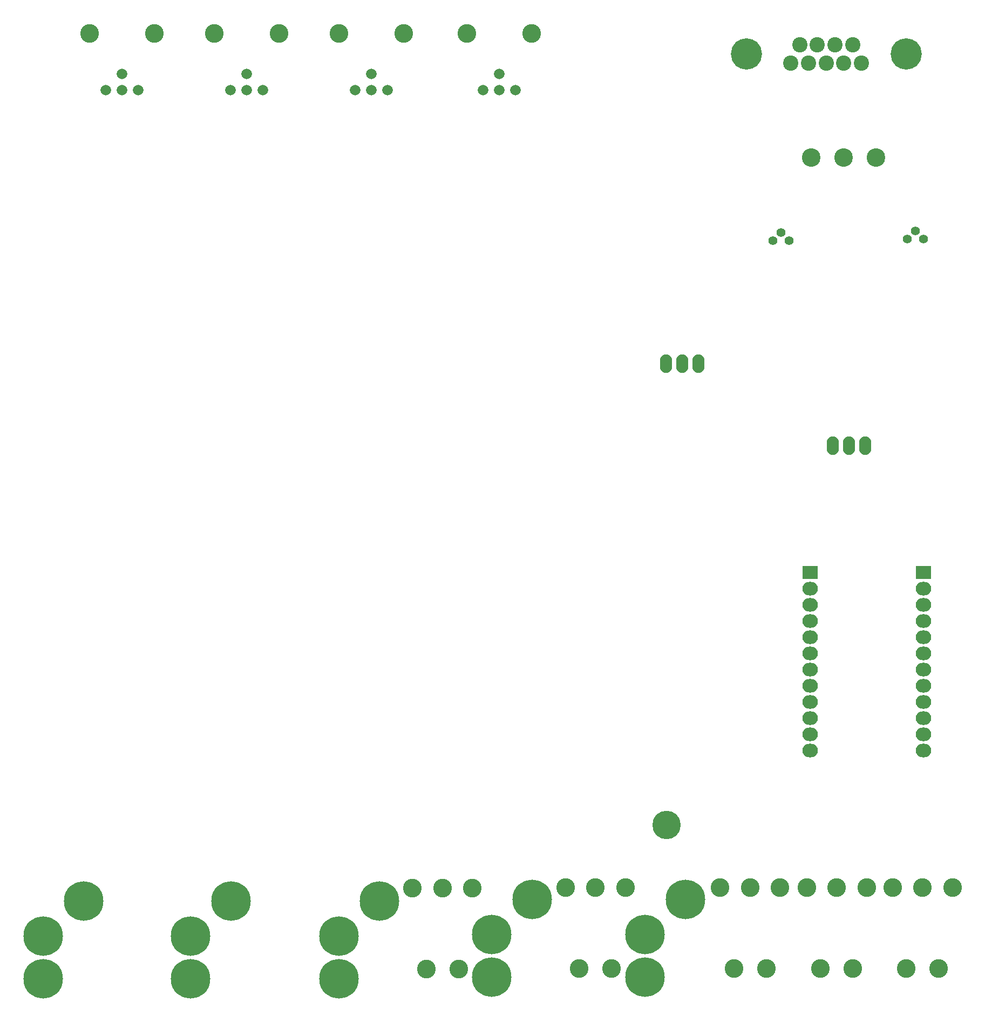
<source format=gbr>
G04 #@! TF.FileFunction,Soldermask,Bot*
%FSLAX46Y46*%
G04 Gerber Fmt 4.6, Leading zero omitted, Abs format (unit mm)*
G04 Created by KiCad (PCBNEW 4.0.2-stable) date 9/9/2016 3:28:36 PM*
%MOMM*%
G01*
G04 APERTURE LIST*
%ADD10C,0.100000*%
%ADD11O,2.432000X2.127200*%
%ADD12R,2.432000X2.127200*%
%ADD13C,1.400760*%
%ADD14C,2.910000*%
%ADD15O,1.901140X2.899360*%
%ADD16C,6.200000*%
%ADD17C,2.940000*%
%ADD18C,1.670000*%
%ADD19C,4.900000*%
%ADD20C,2.400000*%
%ADD21C,4.464000*%
G04 APERTURE END LIST*
D10*
D11*
X172212000Y-164084000D03*
X172212000Y-161544000D03*
X172212000Y-159004000D03*
X172212000Y-156464000D03*
X172212000Y-153924000D03*
X172212000Y-151384000D03*
X172212000Y-148844000D03*
X172212000Y-146304000D03*
X172212000Y-143764000D03*
X172212000Y-141224000D03*
X172212000Y-138684000D03*
D12*
X172212000Y-136144000D03*
X172212000Y-136144000D03*
D11*
X172212000Y-138684000D03*
X172212000Y-141224000D03*
X172212000Y-143764000D03*
X172212000Y-146304000D03*
X172212000Y-148844000D03*
X172212000Y-151384000D03*
X172212000Y-153924000D03*
X172212000Y-156464000D03*
X172212000Y-159004000D03*
X172212000Y-161544000D03*
X172212000Y-164084000D03*
X154432000Y-164084000D03*
X154432000Y-161544000D03*
X154432000Y-159004000D03*
X154432000Y-156464000D03*
X154432000Y-153924000D03*
X154432000Y-151384000D03*
X154432000Y-148844000D03*
X154432000Y-146304000D03*
X154432000Y-143764000D03*
X154432000Y-141224000D03*
X154432000Y-138684000D03*
D12*
X154432000Y-136144000D03*
X154432000Y-136144000D03*
D11*
X154432000Y-138684000D03*
X154432000Y-141224000D03*
X154432000Y-143764000D03*
X154432000Y-146304000D03*
X154432000Y-148844000D03*
X154432000Y-151384000D03*
X154432000Y-153924000D03*
X154432000Y-156464000D03*
X154432000Y-159004000D03*
X154432000Y-161544000D03*
X154432000Y-164084000D03*
D13*
X170942000Y-82550000D03*
X172212000Y-83820000D03*
X169672000Y-83820000D03*
X149860000Y-82804000D03*
X151130000Y-84074000D03*
X148590000Y-84074000D03*
D14*
X154655000Y-70985000D03*
X159735000Y-70985000D03*
X164815000Y-70985000D03*
D15*
X134366000Y-103378000D03*
X131826000Y-103378000D03*
X136906000Y-103378000D03*
X160528000Y-116205000D03*
X157988000Y-116205000D03*
X163068000Y-116205000D03*
D16*
X40503000Y-187698000D03*
X34158000Y-193198000D03*
X34158000Y-199898000D03*
X63617000Y-187698000D03*
X57272000Y-193198000D03*
X57272000Y-199898000D03*
X134864000Y-187444000D03*
X128519000Y-192944000D03*
X128519000Y-199644000D03*
X110861000Y-187444000D03*
X104516000Y-192944000D03*
X104516000Y-199644000D03*
X86858000Y-187698000D03*
X80513000Y-193198000D03*
X80513000Y-199898000D03*
D17*
X51562000Y-51562000D03*
X41402000Y-51562000D03*
D18*
X46482000Y-57912000D03*
X46482000Y-60452000D03*
X43942000Y-60452000D03*
X49022000Y-60452000D03*
D17*
X71120000Y-51562000D03*
X60960000Y-51562000D03*
D18*
X66040000Y-57912000D03*
X66040000Y-60452000D03*
X63500000Y-60452000D03*
X68580000Y-60452000D03*
D17*
X90678000Y-51562000D03*
X80518000Y-51562000D03*
D18*
X85598000Y-57912000D03*
X85598000Y-60452000D03*
X83058000Y-60452000D03*
X88138000Y-60452000D03*
D17*
X110744000Y-51562000D03*
X100584000Y-51562000D03*
D18*
X105664000Y-57912000D03*
X105664000Y-60452000D03*
X103124000Y-60452000D03*
X108204000Y-60452000D03*
D17*
X172085000Y-185547000D03*
X167386000Y-185547000D03*
X176784000Y-185547000D03*
X169545000Y-198247000D03*
X174625000Y-198247000D03*
X158623000Y-185547000D03*
X153924000Y-185547000D03*
X163322000Y-185547000D03*
X156083000Y-198247000D03*
X161163000Y-198247000D03*
X145034000Y-185547000D03*
X140335000Y-185547000D03*
X149733000Y-185547000D03*
X142494000Y-198247000D03*
X147574000Y-198247000D03*
X120777000Y-185547000D03*
X116078000Y-185547000D03*
X125476000Y-185547000D03*
X118237000Y-198247000D03*
X123317000Y-198247000D03*
X96774000Y-185674000D03*
X92075000Y-185674000D03*
X101473000Y-185674000D03*
X94234000Y-198374000D03*
X99314000Y-198374000D03*
D19*
X169492000Y-54746000D03*
X144452000Y-54746000D03*
D20*
X161127000Y-53326000D03*
X158357000Y-53326000D03*
X155587000Y-53326000D03*
X152817000Y-53326000D03*
X162512000Y-56166000D03*
X159742000Y-56166000D03*
X156972000Y-56166000D03*
X154202000Y-56166000D03*
X151432000Y-56166000D03*
D21*
X131953000Y-175768000D03*
M02*

</source>
